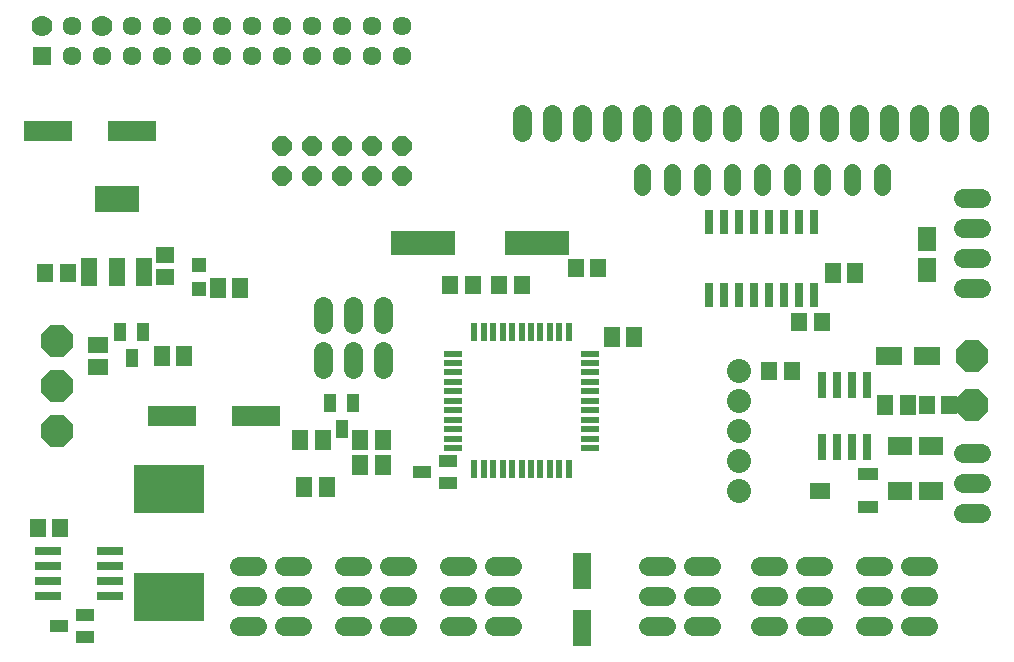
<source format=gts>
G75*
G70*
%OFA0B0*%
%FSLAX24Y24*%
%IPPOS*%
%LPD*%
%AMOC8*
5,1,8,0,0,1.08239X$1,22.5*
%
%ADD10R,0.2140X0.0800*%
%ADD11C,0.0640*%
%ADD12R,0.0237X0.0631*%
%ADD13R,0.0631X0.0237*%
%ADD14R,0.0910X0.0280*%
%ADD15R,0.2339X0.1591*%
%ADD16R,0.0591X0.1221*%
%ADD17R,0.0552X0.0670*%
%ADD18R,0.0591X0.0434*%
%ADD19R,0.0434X0.0591*%
%ADD20R,0.1615X0.0670*%
%ADD21R,0.0634X0.0634*%
%ADD22C,0.0700*%
%ADD23C,0.0634*%
%ADD24R,0.0552X0.0631*%
%ADD25C,0.0560*%
%ADD26R,0.0300X0.0840*%
%ADD27R,0.0520X0.0920*%
%ADD28R,0.1457X0.0906*%
%ADD29R,0.0670X0.0552*%
%ADD30C,0.0800*%
%ADD31R,0.0512X0.0512*%
%ADD32R,0.0827X0.0631*%
%ADD33R,0.0276X0.0906*%
%ADD34R,0.0670X0.0394*%
%ADD35R,0.0906X0.0591*%
%ADD36OC8,0.0640*%
%ADD37OC8,0.1040*%
%ADD38R,0.0631X0.0552*%
%ADD39R,0.0631X0.0827*%
D10*
X014034Y013845D03*
X017834Y013845D03*
D11*
X012684Y011770D02*
X012684Y011170D01*
X011684Y011170D02*
X011684Y011770D01*
X010684Y011770D02*
X010684Y011170D01*
X010684Y010270D02*
X010684Y009670D01*
X011684Y009670D02*
X011684Y010270D01*
X012684Y010270D02*
X012684Y009670D01*
X012884Y003095D02*
X013484Y003095D01*
X013484Y002095D02*
X012884Y002095D01*
X011984Y002095D02*
X011384Y002095D01*
X011384Y003095D02*
X011984Y003095D01*
X009984Y003095D02*
X009384Y003095D01*
X008484Y003095D02*
X007884Y003095D01*
X007884Y002095D02*
X008484Y002095D01*
X009384Y002095D02*
X009984Y002095D01*
X009984Y001095D02*
X009384Y001095D01*
X008484Y001095D02*
X007884Y001095D01*
X011384Y001095D02*
X011984Y001095D01*
X012884Y001095D02*
X013484Y001095D01*
X014884Y001095D02*
X015484Y001095D01*
X016384Y001095D02*
X016984Y001095D01*
X016984Y002095D02*
X016384Y002095D01*
X015484Y002095D02*
X014884Y002095D01*
X014884Y003095D02*
X015484Y003095D01*
X016384Y003095D02*
X016984Y003095D01*
X021509Y003095D02*
X022109Y003095D01*
X023009Y003095D02*
X023609Y003095D01*
X023609Y002095D02*
X023009Y002095D01*
X022109Y002095D02*
X021509Y002095D01*
X021509Y001095D02*
X022109Y001095D01*
X023009Y001095D02*
X023609Y001095D01*
X025259Y001095D02*
X025859Y001095D01*
X026759Y001095D02*
X027359Y001095D01*
X028759Y001095D02*
X029359Y001095D01*
X030259Y001095D02*
X030859Y001095D01*
X030859Y002095D02*
X030259Y002095D01*
X029359Y002095D02*
X028759Y002095D01*
X028759Y003095D02*
X029359Y003095D01*
X030259Y003095D02*
X030859Y003095D01*
X032009Y004845D02*
X032609Y004845D01*
X032609Y005845D02*
X032009Y005845D01*
X032009Y006845D02*
X032609Y006845D01*
X027359Y003095D02*
X026759Y003095D01*
X025859Y003095D02*
X025259Y003095D01*
X025259Y002095D02*
X025859Y002095D01*
X026759Y002095D02*
X027359Y002095D01*
X032009Y012345D02*
X032609Y012345D01*
X032609Y013345D02*
X032009Y013345D01*
X032009Y014345D02*
X032609Y014345D01*
X032609Y015345D02*
X032009Y015345D01*
X031559Y017545D02*
X031559Y018145D01*
X030559Y018145D02*
X030559Y017545D01*
X029559Y017545D02*
X029559Y018145D01*
X028559Y018145D02*
X028559Y017545D01*
X027559Y017545D02*
X027559Y018145D01*
X026559Y018145D02*
X026559Y017545D01*
X025559Y017545D02*
X025559Y018145D01*
X024309Y018145D02*
X024309Y017545D01*
X023309Y017545D02*
X023309Y018145D01*
X022309Y018145D02*
X022309Y017545D01*
X021309Y017545D02*
X021309Y018145D01*
X020309Y018145D02*
X020309Y017545D01*
X019309Y017545D02*
X019309Y018145D01*
X018309Y018145D02*
X018309Y017545D01*
X017309Y017545D02*
X017309Y018145D01*
X032559Y018145D02*
X032559Y017545D01*
D12*
X018884Y010879D03*
X018569Y010879D03*
X018254Y010879D03*
X017939Y010879D03*
X017624Y010879D03*
X017309Y010879D03*
X016994Y010879D03*
X016679Y010879D03*
X016364Y010879D03*
X016049Y010879D03*
X015734Y010879D03*
X015734Y006312D03*
X016049Y006312D03*
X016364Y006312D03*
X016679Y006312D03*
X016994Y006312D03*
X017309Y006312D03*
X017624Y006312D03*
X017939Y006312D03*
X018254Y006312D03*
X018569Y006312D03*
X018884Y006312D03*
D13*
X019592Y007021D03*
X019592Y007336D03*
X019592Y007651D03*
X019592Y007966D03*
X019592Y008281D03*
X019592Y008595D03*
X019592Y008910D03*
X019592Y009225D03*
X019592Y009540D03*
X019592Y009855D03*
X019592Y010170D03*
X015025Y010170D03*
X015025Y009855D03*
X015025Y009540D03*
X015025Y009225D03*
X015025Y008910D03*
X015025Y008595D03*
X015025Y008281D03*
X015025Y007966D03*
X015025Y007651D03*
X015025Y007336D03*
X015025Y007021D03*
D14*
X003589Y003595D03*
X003589Y003095D03*
X003589Y002595D03*
X003589Y002095D03*
X001529Y002095D03*
X001529Y002595D03*
X001529Y003095D03*
X001529Y003595D03*
D15*
X005559Y002044D03*
X005559Y005647D03*
D16*
X019309Y002915D03*
X019309Y001026D03*
D17*
X012683Y006470D03*
X011935Y006470D03*
X011935Y007283D03*
X012683Y007283D03*
X010683Y007283D03*
X009935Y007283D03*
X010060Y005720D03*
X010808Y005720D03*
X006058Y010095D03*
X005310Y010095D03*
X007185Y012345D03*
X007933Y012345D03*
X020310Y010720D03*
X021058Y010720D03*
X027685Y012845D03*
X028433Y012845D03*
X029435Y008470D03*
X030183Y008470D03*
D18*
X001876Y001095D03*
X002742Y000721D03*
X002742Y001469D03*
X014001Y006220D03*
X014867Y005846D03*
X014867Y006594D03*
D19*
X011683Y008529D03*
X010935Y008529D03*
X011309Y007662D03*
X004683Y010904D03*
X003935Y010904D03*
X004309Y010037D03*
D20*
X005661Y008095D03*
X008457Y008095D03*
X004332Y017595D03*
X001536Y017595D03*
D21*
X001309Y020095D03*
D22*
X001309Y021095D03*
X003309Y021095D03*
D23*
X004309Y021095D03*
X005309Y021095D03*
X006309Y021095D03*
X007309Y021095D03*
X008309Y021095D03*
X009309Y021095D03*
X010309Y021095D03*
X011309Y021095D03*
X012309Y021095D03*
X013309Y021095D03*
X013309Y020095D03*
X012309Y020095D03*
X011309Y020095D03*
X010309Y020095D03*
X009309Y020095D03*
X008309Y020095D03*
X007309Y020095D03*
X006309Y020095D03*
X005309Y020095D03*
X004309Y020095D03*
X003309Y020095D03*
X002309Y020095D03*
X002309Y021095D03*
D24*
X002183Y012845D03*
X001435Y012845D03*
X001185Y004345D03*
X001933Y004345D03*
X014935Y012470D03*
X015683Y012470D03*
X016560Y012470D03*
X017308Y012470D03*
X019122Y013033D03*
X019870Y013033D03*
X025560Y009595D03*
X026308Y009595D03*
X026560Y011220D03*
X027308Y011220D03*
X030810Y008470D03*
X031558Y008470D03*
D25*
X029309Y015710D02*
X029309Y016230D01*
X028309Y016230D02*
X028309Y015710D01*
X027309Y015710D02*
X027309Y016230D01*
X026309Y016230D02*
X026309Y015710D01*
X025309Y015710D02*
X025309Y016230D01*
X024309Y016230D02*
X024309Y015710D01*
X023309Y015710D02*
X023309Y016230D01*
X022309Y016230D02*
X022309Y015710D01*
X021309Y015710D02*
X021309Y016230D01*
D26*
X023559Y014555D03*
X024059Y014555D03*
X024559Y014555D03*
X025059Y014555D03*
X025559Y014555D03*
X026059Y014555D03*
X026559Y014555D03*
X027059Y014555D03*
X027059Y012135D03*
X026559Y012135D03*
X026059Y012135D03*
X025559Y012135D03*
X025059Y012135D03*
X024559Y012135D03*
X024059Y012135D03*
X023559Y012135D03*
D27*
X004719Y012875D03*
X003809Y012875D03*
X002899Y012875D03*
D28*
X003809Y015316D03*
D29*
X003184Y010469D03*
X003184Y009721D03*
X027271Y005595D03*
D30*
X024559Y005595D03*
X024559Y006595D03*
X024559Y007595D03*
X024559Y008595D03*
X024559Y009595D03*
D31*
X006559Y012307D03*
X006559Y013134D03*
D32*
X029922Y007095D03*
X030946Y007095D03*
X030946Y005595D03*
X029922Y005595D03*
D33*
X028809Y007072D03*
X028309Y007072D03*
X027809Y007072D03*
X027309Y007072D03*
X027309Y009119D03*
X027809Y009119D03*
X028309Y009119D03*
X028809Y009119D03*
D34*
X028846Y006147D03*
X028846Y005044D03*
D35*
X029554Y010095D03*
X030814Y010095D03*
D36*
X013309Y016095D03*
X012309Y016095D03*
X011309Y016095D03*
X010309Y016095D03*
X009309Y016095D03*
X009309Y017095D03*
X010309Y017095D03*
X011309Y017095D03*
X012309Y017095D03*
X013309Y017095D03*
D37*
X001809Y010595D03*
X001809Y009095D03*
X001809Y007595D03*
X032309Y008470D03*
X032309Y010095D03*
D38*
X005434Y012721D03*
X005434Y013469D03*
D39*
X030809Y012959D03*
X030809Y013982D03*
M02*

</source>
